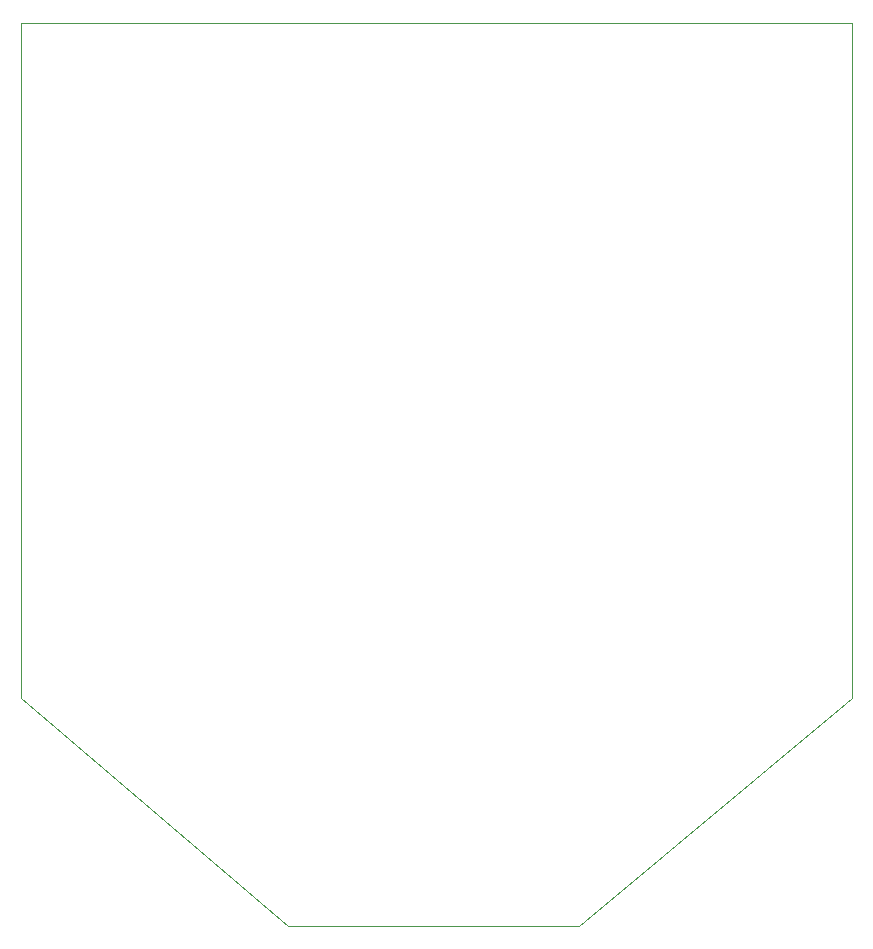
<source format=gm1>
%TF.GenerationSoftware,KiCad,Pcbnew,8.0.6*%
%TF.CreationDate,2025-01-23T10:29:06+01:00*%
%TF.ProjectId,Pcb pami 2025,50636220-7061-46d6-9920-323032352e6b,rev?*%
%TF.SameCoordinates,Original*%
%TF.FileFunction,Profile,NP*%
%FSLAX46Y46*%
G04 Gerber Fmt 4.6, Leading zero omitted, Abs format (unit mm)*
G04 Created by KiCad (PCBNEW 8.0.6) date 2025-01-23 10:29:06*
%MOMM*%
%LPD*%
G01*
G04 APERTURE LIST*
%TA.AperFunction,Profile*%
%ADD10C,0.050000*%
%TD*%
G04 APERTURE END LIST*
D10*
X140170000Y-81496000D02*
X117056000Y-100800000D01*
X92418000Y-100800000D01*
X69812000Y-81496000D01*
X69812000Y-24346000D01*
X140170000Y-24346000D01*
X140170000Y-81496000D01*
M02*

</source>
